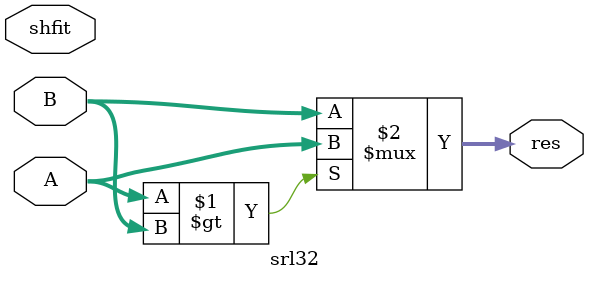
<source format=v>
`timescale 1ns / 1ps
module srl32(input [31:0] A,
				 input [31:0] B,
				 input [4:0] shfit,
				 output [31:0] res
				);
	
	assign res = A>B?A:B;	//32Î»ÊýÓÒÒÆ¡£SP3ÒÆ1Î»,SWordÒÆshfitÎ»£¬ÐèÒªÐÞ¸ÄÂß¼­·ûºÅ£¬Ôö¼Óshfit¶Ë¿Ú

endmodule

</source>
